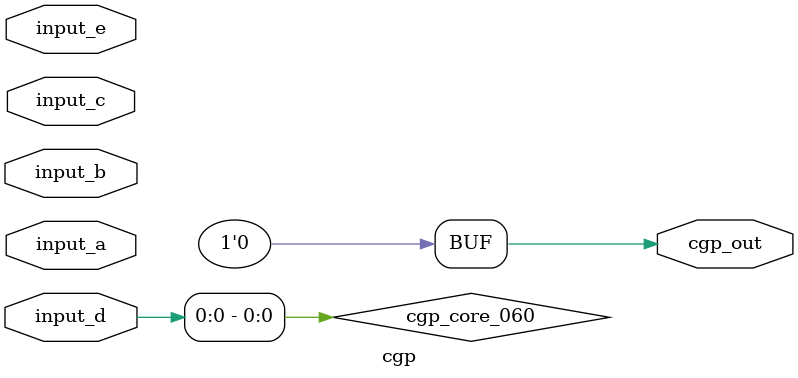
<source format=v>
module cgp(input [2:0] input_a, input [2:0] input_b, input [2:0] input_c, input [2:0] input_d, input [2:0] input_e, output [0:0] cgp_out);
  wire cgp_core_018;
  wire cgp_core_019;
  wire cgp_core_021;
  wire cgp_core_022;
  wire cgp_core_023_not;
  wire cgp_core_024;
  wire cgp_core_025;
  wire cgp_core_028;
  wire cgp_core_029;
  wire cgp_core_030_not;
  wire cgp_core_033;
  wire cgp_core_034;
  wire cgp_core_035;
  wire cgp_core_037;
  wire cgp_core_039;
  wire cgp_core_040;
  wire cgp_core_041;
  wire cgp_core_042;
  wire cgp_core_052;
  wire cgp_core_053;
  wire cgp_core_054;
  wire cgp_core_056;
  wire cgp_core_057;
  wire cgp_core_058;
  wire cgp_core_060;
  wire cgp_core_061;
  wire cgp_core_062;
  wire cgp_core_070;
  wire cgp_core_071;
  wire cgp_core_075_not;
  wire cgp_core_076;
  wire cgp_core_077;
  wire cgp_core_078;
  wire cgp_core_079;
  wire cgp_core_080;

  assign cgp_core_018 = input_b[0] & input_a[0];
  assign cgp_core_019 = ~(input_c[1] & input_b[2]);
  assign cgp_core_021 = ~(cgp_core_019 & input_e[2]);
  assign cgp_core_022 = ~(input_d[0] | cgp_core_018);
  assign cgp_core_023_not = ~cgp_core_022;
  assign cgp_core_024 = ~(input_b[2] & input_d[1]);
  assign cgp_core_025 = ~(input_d[0] & input_e[2]);
  assign cgp_core_028 = input_e[2] | input_c[0];
  assign cgp_core_029 = ~input_d[0];
  assign cgp_core_030_not = ~input_a[0];
  assign cgp_core_033 = input_b[0] | input_c[1];
  assign cgp_core_034 = input_d[1] & cgp_core_030_not;
  assign cgp_core_035 = ~(input_a[1] ^ input_b[1]);
  assign cgp_core_037 = ~(input_b[0] ^ input_a[0]);
  assign cgp_core_039 = ~(input_c[1] & input_e[0]);
  assign cgp_core_040 = input_b[1] | input_b[2];
  assign cgp_core_041 = ~(input_e[2] & cgp_core_029);
  assign cgp_core_042 = input_d[1] & cgp_core_029;
  assign cgp_core_052 = ~input_c[0];
  assign cgp_core_053 = input_b[2] ^ cgp_core_040;
  assign cgp_core_054 = input_e[1] & input_d[2];
  assign cgp_core_056 = cgp_core_053 & cgp_core_052;
  assign cgp_core_057 = ~(input_e[0] ^ cgp_core_056);
  assign cgp_core_058 = ~(input_b[2] & cgp_core_057);
  assign cgp_core_060 = input_d[0] | input_d[0];
  assign cgp_core_061 = ~(input_d[2] & input_a[0]);
  assign cgp_core_062 = input_c[2] & input_e[1];
  assign cgp_core_070 = ~(input_d[2] ^ input_e[0]);
  assign cgp_core_071 = input_d[2] | input_c[0];
  assign cgp_core_075_not = ~input_b[2];
  assign cgp_core_076 = input_e[0] ^ cgp_core_041;
  assign cgp_core_077 = ~input_a[1];
  assign cgp_core_078 = ~cgp_core_070;
  assign cgp_core_079 = input_a[2] | cgp_core_078;
  assign cgp_core_080 = cgp_core_079 | input_a[0];

  assign cgp_out[0] = 1'b0;
endmodule
</source>
